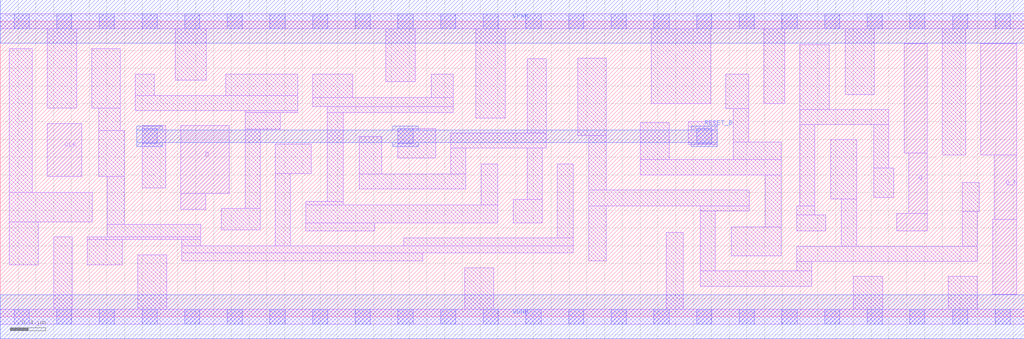
<source format=lef>
# Copyright 2020 The SkyWater PDK Authors
#
# Licensed under the Apache License, Version 2.0 (the "License");
# you may not use this file except in compliance with the License.
# You may obtain a copy of the License at
#
#     https://www.apache.org/licenses/LICENSE-2.0
#
# Unless required by applicable law or agreed to in writing, software
# distributed under the License is distributed on an "AS IS" BASIS,
# WITHOUT WARRANTIES OR CONDITIONS OF ANY KIND, either express or implied.
# See the License for the specific language governing permissions and
# limitations under the License.
#
# SPDX-License-Identifier: Apache-2.0

VERSION 5.7 ;
  NAMESCASESENSITIVE ON ;
  NOWIREEXTENSIONATPIN ON ;
  DIVIDERCHAR "/" ;
  BUSBITCHARS "[]" ;
UNITS
  DATABASE MICRONS 200 ;
END UNITS
MACRO sky130_fd_sc_lp__dfrbp_1
  CLASS CORE ;
  SOURCE USER ;
  FOREIGN sky130_fd_sc_lp__dfrbp_1 ;
  ORIGIN  0.000000  0.000000 ;
  SIZE  11.52000 BY  3.330000 ;
  SYMMETRY R90 ;
  SITE unit ;
  PIN D
    ANTENNAGATEAREA  0.126000 ;
    DIRECTION INPUT ;
    USE SIGNAL ;
    PORT
      LAYER li1 ;
        RECT 2.030000 1.210000 2.315000 1.390000 ;
        RECT 2.030000 1.390000 2.575000 2.155000 ;
    END
  END D
  PIN Q
    ANTENNADIFFAREA  0.573300 ;
    DIRECTION OUTPUT ;
    USE SIGNAL ;
    PORT
      LAYER li1 ;
        RECT 10.090000 0.965000 10.430000 1.165000 ;
        RECT 10.170000 1.845000 10.430000 3.075000 ;
        RECT 10.225000 1.165000 10.430000 1.845000 ;
    END
  END Q
  PIN Q_N
    ANTENNADIFFAREA  0.581700 ;
    DIRECTION OUTPUT ;
    USE SIGNAL ;
    PORT
      LAYER li1 ;
        RECT 11.035000 1.820000 11.435000 3.075000 ;
        RECT 11.165000 0.255000 11.435000 1.095000 ;
        RECT 11.185000 1.095000 11.435000 1.820000 ;
    END
  END Q_N
  PIN RESET_B
    ANTENNAGATEAREA  0.378000 ;
    DIRECTION INPUT ;
    USE SIGNAL ;
    PORT
      LAYER met1 ;
        RECT 1.535000 1.920000 1.825000 1.965000 ;
        RECT 1.535000 1.965000 8.065000 2.105000 ;
        RECT 1.535000 2.105000 1.825000 2.150000 ;
        RECT 4.415000 1.920000 4.705000 1.965000 ;
        RECT 4.415000 2.105000 4.705000 2.150000 ;
        RECT 7.775000 1.920000 8.065000 1.965000 ;
        RECT 7.775000 2.105000 8.065000 2.150000 ;
    END
  END RESET_B
  PIN CLK
    ANTENNAGATEAREA  0.159000 ;
    DIRECTION INPUT ;
    USE CLOCK ;
    PORT
      LAYER li1 ;
        RECT 0.530000 1.580000 0.915000 2.180000 ;
    END
  END CLK
  PIN VGND
    DIRECTION INOUT ;
    USE GROUND ;
    PORT
      LAYER met1 ;
        RECT 0.000000 -0.245000 11.520000 0.245000 ;
    END
  END VGND
  PIN VPWR
    DIRECTION INOUT ;
    USE POWER ;
    PORT
      LAYER met1 ;
        RECT 0.000000 3.085000 11.520000 3.575000 ;
    END
  END VPWR
  OBS
    LAYER li1 ;
      RECT  0.000000 -0.085000 11.520000 0.085000 ;
      RECT  0.000000  3.245000 11.520000 3.415000 ;
      RECT  0.100000  0.585000  0.430000 1.070000 ;
      RECT  0.100000  1.070000  1.035000 1.400000 ;
      RECT  0.100000  1.400000  0.360000 3.020000 ;
      RECT  0.530000  2.350000  0.860000 3.245000 ;
      RECT  0.600000  0.085000  0.810000 0.900000 ;
      RECT  0.980000  0.585000  1.375000 0.870000 ;
      RECT  0.980000  0.870000  2.255000 0.900000 ;
      RECT  1.030000  2.350000  1.350000 3.020000 ;
      RECT  1.110000  1.580000  1.395000 2.100000 ;
      RECT  1.110000  2.100000  1.350000 2.350000 ;
      RECT  1.205000  0.900000  2.255000 1.040000 ;
      RECT  1.205000  1.040000  1.395000 1.580000 ;
      RECT  1.520000  2.325000  3.345000 2.495000 ;
      RECT  1.520000  2.495000  1.730000 2.735000 ;
      RECT  1.545000  0.085000  1.875000 0.700000 ;
      RECT  1.595000  1.450000  1.860000 2.155000 ;
      RECT  1.970000  2.665000  2.320000 3.245000 ;
      RECT  2.045000  0.630000  4.755000 0.720000 ;
      RECT  2.045000  0.720000  6.450000 0.800000 ;
      RECT  2.045000  0.800000  2.255000 0.870000 ;
      RECT  2.485000  0.980000  2.925000 1.220000 ;
      RECT  2.540000  2.495000  3.345000 2.735000 ;
      RECT  2.755000  1.220000  2.925000 2.115000 ;
      RECT  2.755000  2.115000  3.150000 2.300000 ;
      RECT  2.755000  2.300000  3.345000 2.325000 ;
      RECT  3.095000  0.800000  3.265000 1.615000 ;
      RECT  3.095000  1.615000  3.500000 1.945000 ;
      RECT  3.435000  0.970000  4.215000 1.060000 ;
      RECT  3.435000  1.060000  5.600000 1.260000 ;
      RECT  3.435000  1.260000  3.860000 1.300000 ;
      RECT  3.515000  2.370000  5.095000 2.470000 ;
      RECT  3.515000  2.470000  3.965000 2.735000 ;
      RECT  3.680000  1.300000  3.860000 2.300000 ;
      RECT  3.680000  2.300000  5.095000 2.370000 ;
      RECT  4.040000  1.440000  5.240000 1.610000 ;
      RECT  4.040000  1.610000  4.295000 2.030000 ;
      RECT  4.340000  2.650000  4.670000 3.245000 ;
      RECT  4.475000  1.790000  4.900000 2.120000 ;
      RECT  4.540000  0.800000  6.450000 0.890000 ;
      RECT  4.850000  2.470000  5.095000 2.735000 ;
      RECT  5.070000  1.610000  5.240000 1.900000 ;
      RECT  5.070000  1.900000  6.145000 2.070000 ;
      RECT  5.225000  0.085000  5.555000 0.550000 ;
      RECT  5.350000  2.240000  5.680000 3.245000 ;
      RECT  5.410000  1.260000  5.600000 1.720000 ;
      RECT  5.770000  1.060000  6.100000 1.320000 ;
      RECT  5.930000  1.320000  6.100000 1.900000 ;
      RECT  5.930000  2.070000  6.145000 2.910000 ;
      RECT  6.270000  0.890000  6.450000 1.720000 ;
      RECT  6.500000  2.040000  6.820000 2.915000 ;
      RECT  6.620000  0.630000  6.820000 1.250000 ;
      RECT  6.620000  1.250000  8.430000 1.430000 ;
      RECT  6.620000  1.430000  6.820000 2.040000 ;
      RECT  7.200000  1.600000  8.790000 1.770000 ;
      RECT  7.200000  1.770000  7.530000 2.190000 ;
      RECT  7.325000  2.405000  7.995000 3.245000 ;
      RECT  7.495000  0.085000  7.685000 0.950000 ;
      RECT  7.740000  1.940000  8.070000 2.200000 ;
      RECT  7.875000  0.345000  9.130000 0.515000 ;
      RECT  7.875000  0.515000  8.045000 1.190000 ;
      RECT  7.875000  1.190000  8.430000 1.250000 ;
      RECT  8.165000  2.345000  8.420000 2.735000 ;
      RECT  8.225000  0.685000  8.790000 1.015000 ;
      RECT  8.250000  1.770000  8.790000 1.970000 ;
      RECT  8.250000  1.970000  8.420000 2.345000 ;
      RECT  8.590000  2.405000  8.825000 3.245000 ;
      RECT  8.610000  1.015000  8.790000 1.600000 ;
      RECT  8.960000  0.515000  9.130000 0.625000 ;
      RECT  8.960000  0.625000 10.995000 0.795000 ;
      RECT  8.960000  0.965000  9.290000 1.145000 ;
      RECT  8.960000  1.145000  9.165000 1.250000 ;
      RECT  8.995000  1.250000  9.165000 2.165000 ;
      RECT  8.995000  2.165000 10.000000 2.335000 ;
      RECT  8.995000  2.335000  9.325000 3.065000 ;
      RECT  9.345000  1.325000  9.640000 1.995000 ;
      RECT  9.460000  0.795000  9.640000 1.325000 ;
      RECT  9.505000  2.505000  9.835000 3.245000 ;
      RECT  9.600000  0.085000  9.930000 0.455000 ;
      RECT  9.830000  1.345000 10.055000 1.675000 ;
      RECT  9.830000  1.675000 10.000000 2.165000 ;
      RECT 10.600000  1.820000 10.865000 3.245000 ;
      RECT 10.665000  0.085000 10.995000 0.455000 ;
      RECT 10.825000  0.795000 10.995000 1.185000 ;
      RECT 10.825000  1.185000 11.015000 1.515000 ;
    LAYER mcon ;
      RECT  0.155000 -0.085000  0.325000 0.085000 ;
      RECT  0.155000  3.245000  0.325000 3.415000 ;
      RECT  0.635000 -0.085000  0.805000 0.085000 ;
      RECT  0.635000  3.245000  0.805000 3.415000 ;
      RECT  1.115000 -0.085000  1.285000 0.085000 ;
      RECT  1.115000  3.245000  1.285000 3.415000 ;
      RECT  1.595000 -0.085000  1.765000 0.085000 ;
      RECT  1.595000  1.950000  1.765000 2.120000 ;
      RECT  1.595000  3.245000  1.765000 3.415000 ;
      RECT  2.075000 -0.085000  2.245000 0.085000 ;
      RECT  2.075000  3.245000  2.245000 3.415000 ;
      RECT  2.555000 -0.085000  2.725000 0.085000 ;
      RECT  2.555000  3.245000  2.725000 3.415000 ;
      RECT  3.035000 -0.085000  3.205000 0.085000 ;
      RECT  3.035000  3.245000  3.205000 3.415000 ;
      RECT  3.515000 -0.085000  3.685000 0.085000 ;
      RECT  3.515000  3.245000  3.685000 3.415000 ;
      RECT  3.995000 -0.085000  4.165000 0.085000 ;
      RECT  3.995000  3.245000  4.165000 3.415000 ;
      RECT  4.475000 -0.085000  4.645000 0.085000 ;
      RECT  4.475000  1.950000  4.645000 2.120000 ;
      RECT  4.475000  3.245000  4.645000 3.415000 ;
      RECT  4.955000 -0.085000  5.125000 0.085000 ;
      RECT  4.955000  3.245000  5.125000 3.415000 ;
      RECT  5.435000 -0.085000  5.605000 0.085000 ;
      RECT  5.435000  3.245000  5.605000 3.415000 ;
      RECT  5.915000 -0.085000  6.085000 0.085000 ;
      RECT  5.915000  3.245000  6.085000 3.415000 ;
      RECT  6.395000 -0.085000  6.565000 0.085000 ;
      RECT  6.395000  3.245000  6.565000 3.415000 ;
      RECT  6.875000 -0.085000  7.045000 0.085000 ;
      RECT  6.875000  3.245000  7.045000 3.415000 ;
      RECT  7.355000 -0.085000  7.525000 0.085000 ;
      RECT  7.355000  3.245000  7.525000 3.415000 ;
      RECT  7.835000 -0.085000  8.005000 0.085000 ;
      RECT  7.835000  1.950000  8.005000 2.120000 ;
      RECT  7.835000  3.245000  8.005000 3.415000 ;
      RECT  8.315000 -0.085000  8.485000 0.085000 ;
      RECT  8.315000  3.245000  8.485000 3.415000 ;
      RECT  8.795000 -0.085000  8.965000 0.085000 ;
      RECT  8.795000  3.245000  8.965000 3.415000 ;
      RECT  9.275000 -0.085000  9.445000 0.085000 ;
      RECT  9.275000  3.245000  9.445000 3.415000 ;
      RECT  9.755000 -0.085000  9.925000 0.085000 ;
      RECT  9.755000  3.245000  9.925000 3.415000 ;
      RECT 10.235000 -0.085000 10.405000 0.085000 ;
      RECT 10.235000  3.245000 10.405000 3.415000 ;
      RECT 10.715000 -0.085000 10.885000 0.085000 ;
      RECT 10.715000  3.245000 10.885000 3.415000 ;
      RECT 11.195000 -0.085000 11.365000 0.085000 ;
      RECT 11.195000  3.245000 11.365000 3.415000 ;
  END
END sky130_fd_sc_lp__dfrbp_1
END LIBRARY

</source>
